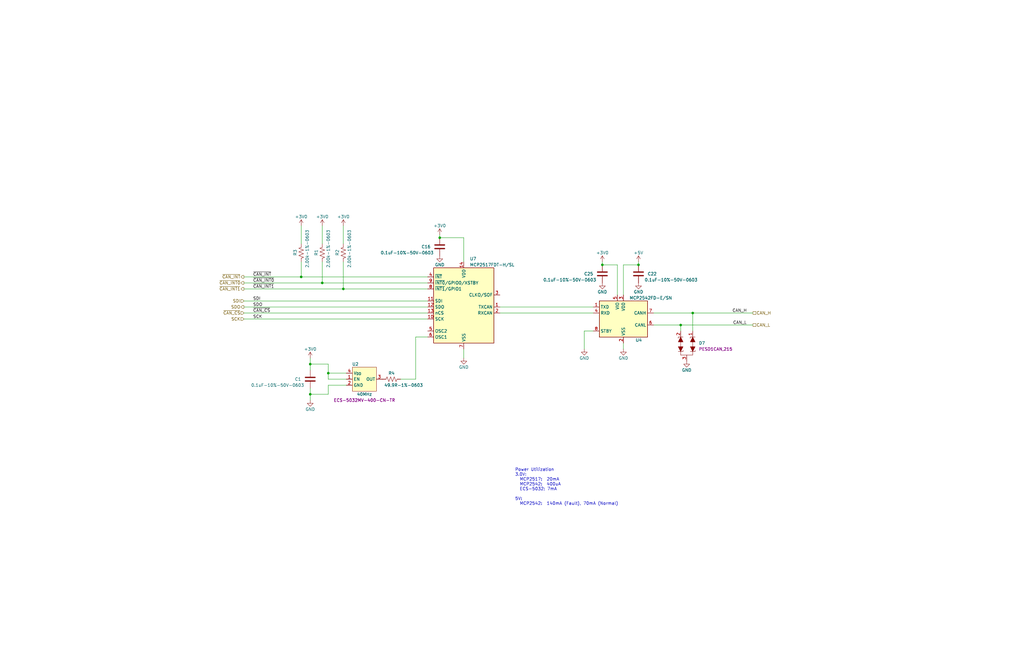
<source format=kicad_sch>
(kicad_sch (version 20230121) (generator eeschema)
  (paper "USLedger")
  (title_block (title "Pi Power Board 2") (date "2022-11-11") (rev "1") (company "971 Spartan Robotics"))
  (lib_symbols
    (symbol "Device:C" (pin_numbers hide) (pin_names (offset 0.254))
      (property "Reference" "C" (at 0.635 2.54 0))
      (property "Value" "C" (at 0.635 -2.54 0))
      (symbol "C_0_1"
        (polyline (pts (xy -2.032 -0.762) (xy 2.032 -0.762)) (stroke (width 0.508)))
        (polyline (pts (xy -2.032 0.762) (xy 2.032 0.762)) (stroke (width 0.508)))
      )
      (symbol "C_1_1"
        (pin passive line (at 0 3.81 270) (length 2.794) (name "~") (number "1"))
        (pin passive line (at 0 -3.81 90) (length 2.794) (name "~") (number "2"))
      )
    )
    (symbol "Device:R_US" (pin_numbers hide) (pin_names (offset 0))
      (property "Reference" "R" (at 2.54 0 90))
      (property "Value" "R_US" (at -2.54 0 90))
      (symbol "R_US_0_1"
        (polyline (pts (xy 0 -2.286) (xy 0 -2.54)))
        (polyline (pts (xy 0 2.286) (xy 0 2.54)))
        (polyline (pts (xy 0 -0.762) (xy 1.016 -1.143) (xy 0 -1.524) (xy -1.016 -1.905) (xy 0 -2.286)))
        (polyline (pts (xy 0 0.762) (xy 1.016 0.381) (xy 0 0) (xy -1.016 -0.381) (xy 0 -0.762)))
        (polyline (pts (xy 0 2.286) (xy 1.016 1.905) (xy 0 1.524) (xy -1.016 1.143) (xy 0 0.762)))
      )
      (symbol "R_US_1_1"
        (pin passive line (at 0 3.81 270) (length 1.27) (name "~") (number "1"))
        (pin passive line (at 0 -3.81 90) (length 1.27) (name "~") (number "2"))
      )
    )
    (symbol "Interface_CAN_LIN:MCP2517FD-xSL"
      (property "Reference" "U3" (at 2.54 25.4 0))
      (property "Value" "MCP2517FDT-H/SL" (at 2.54 22.86 0))
      (symbol "MCP2517FD-xSL_0_1"
        (rectangle (start -12.7 21.59) (end 12.7 -10.16) (stroke (width 0.254)) (fill (type background)))
      )
      (symbol "MCP2517FD-xSL_1_1"
        (pin output line (at 15.24 5.08 180) (length 2.54) (name "TXCAN") (number "1"))
        (pin input line (at -15.24 0 0) (length 2.54) (name "SCK") (number "10"))
        (pin input line (at -15.24 7.62 0) (length 2.54) (name "SDI") (number "11"))
        (pin output line (at -15.24 5.08 0) (length 2.54) (name "SDO") (number "12"))
        (pin input line (at -15.24 2.54 0) (length 2.54) (name "nCS") (number "13"))
        (pin power_in line (at 0 24.13 270) (length 2.54) (name "VDD") (number "14"))
        (pin input line (at 15.24 2.54 180) (length 2.54) (name "RXCAN") (number "2"))
        (pin output line (at 15.24 10.16 180) (length 2.54) (name "CLKO/SOF") (number "3"))
        (pin output line (at -15.24 17.78 0) (length 2.54) (name "~{INT}") (number "4"))
        (pin output line (at -15.24 -5.08 0) (length 2.54) (name "OSC2") (number "5"))
        (pin input line (at -15.24 -7.62 0) (length 2.54) (name "OSC1") (number "6"))
        (pin power_in line (at 0 -12.7 90) (length 2.54) (name "VSS") (number "7"))
        (pin bidirectional line (at -15.24 12.7 0) (length 2.54) (name "~{INT1}/GPIO1") (number "8"))
        (pin bidirectional line (at -15.24 15.24 0) (length 2.54) (name "~{INT0}/GPIO0/XSTBY") (number "9"))
      )
    )
    (symbol "Interface_CAN_LIN:MCP2542FDxMF"
      (property "Reference" "U4" (at 5.08 -8.89 0))
      (property "Value" "MCP2542FD-E/SN" (at 2.54 8.89 0))
      (symbol "MCP2542FDxMF_0_1"
        (rectangle (start -10.16 7.62) (end 10.16 -7.62) (stroke (width 0.254)) (fill (type background)))
      )
      (symbol "MCP2542FDxMF_1_1"
        (pin input line (at -12.7 5.08 0) (length 2.54) (name "TXD") (number "1"))
        (pin power_in line (at 0 -10.16 90) (length 2.54) (name "VSS") (number "2"))
        (pin power_in line (at 0 10.16 270) (length 2.54) (name "VDD") (number "3"))
        (pin output line (at -12.7 2.54 0) (length 2.54) (name "RXD") (number "4"))
        (pin power_in line (at -2.54 10.16 270) (length 2.54) (name "VIO") (number "5"))
        (pin bidirectional line (at 12.7 -2.54 180) (length 2.54) (name "CANL") (number "6"))
        (pin bidirectional line (at 12.7 2.54 180) (length 2.54) (name "CANH") (number "7"))
        (pin input line (at -12.7 -5.08 0) (length 2.54) (name "STBY") (number "8"))
      )
    )
    (symbol "PI-Power-Board:40MHz-ECS-5032MV"
      (property "Reference" "U" (at 0 0 0))
      (property "Value" "40MHz-ECS-5032MV" (at 0 0 0))
      (symbol "40MHz-ECS-5032MV_0_0"
        (pin output line (at 12.7 -5.08 180) (length 2.54) (name "OUT") (number "3"))
        (pin power_in line (at -2.54 -2.54 0) (length 2.54) (name "V_{DD}") (number "4"))
      )
      (symbol "40MHz-ECS-5032MV_0_1"
        (rectangle (start 0 0) (end 10.16 -10.16) (fill (type background)))
      )
      (symbol "40MHz-ECS-5032MV_1_1"
        (pin input line (at -2.54 -5.08 0) (length 2.54) (name "EN") (number "1"))
        (pin passive line (at -2.54 -7.62 0) (length 2.54) (name "GND") (number "2"))
      )
    )
    (symbol "PI-Power-Board:PESD1CAN" (pin_names hide)
      (property "Reference" "D" (at 0 0 0))
      (property "MFG P/N" "PESD1CAN,215" (at 0 0 0))
      (symbol "PESD1CAN_0_1"
        (polyline (pts (xy -1.27 -7.62) (xy 0.762 -7.62)))
        (polyline (pts (xy -1.27 -2.54) (xy 0.762 -2.54)))
        (polyline (pts (xy 0.635 -7.62) (xy 3.175 -7.62)))
        (polyline (pts (xy 0.635 -2.54) (xy 3.175 -2.54)))
        (polyline (pts (xy 4.826 -7.62) (xy 2.794 -7.62)))
        (polyline (pts (xy 4.826 -2.54) (xy 2.794 -2.54)))
        (polyline (pts (xy -1.27 -6.604) (xy -1.27 -8.636) (xy -0.762 -8.636)))
        (polyline (pts (xy -1.27 -1.524) (xy -1.27 -3.556) (xy -0.762 -3.556)))
        (polyline (pts (xy 4.826 -8.636) (xy 4.826 -6.604) (xy 4.318 -6.604)))
        (polyline (pts (xy 4.826 -3.556) (xy 4.826 -1.524) (xy 4.318 -1.524)))
        (polyline (pts (xy 0.762 -6.604) (xy -1.27 -7.62) (xy 0.762 -8.636) (xy 0.762 -6.604)) (fill (type outline)))
        (polyline (pts (xy 0.762 -1.524) (xy -1.27 -2.54) (xy 0.762 -3.556) (xy 0.762 -1.524)) (fill (type outline)))
        (polyline (pts (xy 2.794 -8.636) (xy 4.826 -7.62) (xy 2.794 -6.604) (xy 2.794 -8.636)) (fill (type outline)))
        (polyline (pts (xy 2.794 -3.556) (xy 4.826 -2.54) (xy 2.794 -1.524) (xy 2.794 -3.556)) (fill (type outline)))
        (polyline (pts (xy 4.445 -2.54) (xy 6.35 -2.54) (xy 6.35 -7.62) (xy 4.445 -7.62)))
      )
      (symbol "PESD1CAN_1_1"
        (pin passive line (at -3.81 -2.54 0) (length 2.54) (name "K1") (number "1"))
        (pin passive line (at -3.81 -7.62 0) (length 2.54) (name "K1") (number "2"))
        (pin passive line (at 8.89 -5.08 180) (length 2.54) (name "KK") (number "3"))
      )
    )
    (symbol "power:+3V0" (power) (pin_names (offset 0))
      (property "Value" "+3V0" (at 0 3.556 0))
      (symbol "+3V0_0_1"
        (polyline (pts (xy -0.762 1.27) (xy 0 2.54)))
        (polyline (pts (xy 0 0) (xy 0 2.54)))
        (polyline (pts (xy 0 2.54) (xy 0.762 1.27)))
      )
      (symbol "+3V0_1_1"
        (pin power_in line (at 0 0 90) (length 0) hide (name "+3V0") (number "1"))
      )
    )
    (symbol "power:+5V" (power) (pin_names (offset 0))
      (property "Value" "+5V" (at 0 3.556 0))
      (symbol "+5V_0_1"
        (polyline (pts (xy -0.762 1.27) (xy 0 2.54)))
        (polyline (pts (xy 0 0) (xy 0 2.54)))
        (polyline (pts (xy 0 2.54) (xy 0.762 1.27)))
      )
      (symbol "+5V_1_1"
        (pin power_in line (at 0 0 90) (length 0) hide (name "+5V") (number "1"))
      )
    )
    (symbol "power:GND" (power) (pin_names (offset 0))
      (property "Value" "GND" (at 0 -3.81 0))
      (symbol "GND_0_1"
        (polyline (pts (xy 0 0) (xy 0 -1.27) (xy 1.27 -1.27) (xy 0 -2.54) (xy -1.27 -1.27) (xy 0 -1.27)))
      )
      (symbol "GND_1_1"
        (pin power_in line (at 0 0 270) (length 0) hide (name "GND") (number "1"))
      )
    )
  )
  (junction (at 138.43 157.48))
  (junction (at 127 116.84))
  (junction (at 292.1 132.08))
  (junction (at 135.89 119.38))
  (junction (at 185.42 100.33))
  (junction (at 287.02 137.16))
  (junction (at 144.78 121.92))
  (junction (at 130.81 166.37))
  (junction (at 269.24 111.76))
  (junction (at 254 111.76))
  (junction (at 130.81 153.67))
  (wire (pts (xy 130.81 153.67) (xy 130.81 156.21)))
  (wire (pts (xy 146.05 157.48) (xy 138.43 157.48)))
  (wire (pts (xy 127 116.84) (xy 180.34 116.84)))
  (wire (pts (xy 130.81 163.83) (xy 130.81 166.37)))
  (wire (pts (xy 168.91 160.02) (xy 175.26 160.02)))
  (wire (pts (xy 175.26 142.24) (xy 180.34 142.24)))
  (wire (pts (xy 130.81 166.37) (xy 130.81 168.91)))
  (wire (pts (xy 138.43 157.48) (xy 138.43 153.67)))
  (wire (pts (xy 275.59 132.08) (xy 292.1 132.08)))
  (wire (pts (xy 135.89 95.25) (xy 135.89 102.87)))
  (wire (pts (xy 127 110.49) (xy 127 116.84)))
  (wire (pts (xy 135.89 119.38) (xy 180.34 119.38)))
  (wire (pts (xy 146.05 160.02) (xy 138.43 160.02)))
  (wire (pts (xy 210.82 129.54) (xy 250.19 129.54)))
  (wire (pts (xy 246.38 147.32) (xy 246.38 139.7)))
  (wire (pts (xy 287.02 137.16) (xy 287.02 139.7)))
  (wire (pts (xy 138.43 153.67) (xy 130.81 153.67)))
  (wire (pts (xy 102.87 134.62) (xy 180.34 134.62)))
  (wire (pts (xy 135.89 110.49) (xy 135.89 119.38)))
  (wire (pts (xy 195.58 100.33) (xy 185.42 100.33)))
  (wire (pts (xy 102.87 129.54) (xy 180.34 129.54)))
  (wire (pts (xy 102.87 127) (xy 180.34 127)))
  (wire (pts (xy 146.05 162.56) (xy 138.43 162.56)))
  (wire (pts (xy 262.89 144.78) (xy 262.89 147.32)))
  (wire (pts (xy 262.89 111.76) (xy 269.24 111.76)))
  (wire (pts (xy 260.35 111.76) (xy 254 111.76)))
  (wire (pts (xy 287.02 137.16) (xy 317.5 137.16)))
  (wire (pts (xy 130.81 151.13) (xy 130.81 153.67)))
  (wire (pts (xy 292.1 132.08) (xy 317.5 132.08)))
  (wire (pts (xy 269.24 110.49) (xy 269.24 111.76)))
  (wire (pts (xy 102.87 119.38) (xy 135.89 119.38)))
  (wire (pts (xy 138.43 162.56) (xy 138.43 166.37)))
  (wire (pts (xy 195.58 147.32) (xy 195.58 151.13)))
  (wire (pts (xy 260.35 124.46) (xy 260.35 111.76)))
  (wire (pts (xy 144.78 121.92) (xy 180.34 121.92)))
  (wire (pts (xy 144.78 110.49) (xy 144.78 121.92)))
  (wire (pts (xy 138.43 160.02) (xy 138.43 157.48)))
  (wire (pts (xy 102.87 116.84) (xy 127 116.84)))
  (wire (pts (xy 292.1 132.08) (xy 292.1 139.7)))
  (wire (pts (xy 127 95.25) (xy 127 102.87)))
  (wire (pts (xy 210.82 132.08) (xy 250.19 132.08)))
  (wire (pts (xy 175.26 160.02) (xy 175.26 142.24)))
  (wire (pts (xy 246.38 139.7) (xy 250.19 139.7)))
  (wire (pts (xy 275.59 137.16) (xy 287.02 137.16)))
  (wire (pts (xy 144.78 95.25) (xy 144.78 102.87)))
  (wire (pts (xy 102.87 132.08) (xy 180.34 132.08)))
  (wire (pts (xy 254 110.49) (xy 254 111.76)))
  (wire (pts (xy 195.58 100.33) (xy 195.58 110.49)))
  (wire (pts (xy 262.89 124.46) (xy 262.89 111.76)))
  (wire (pts (xy 102.87 121.92) (xy 144.78 121.92)))
  (wire (pts (xy 185.42 99.06) (xy 185.42 100.33)))
  (wire (pts (xy 138.43 166.37) (xy 130.81 166.37)))
  (text "Power Utilization\n3.0V:\n  MCP2517:  20mA\n  MCP2542:  400uA\n  ECS-5032: 7mA \n\n5V:\n  MCP2542:  140mA (Fault), 70mA (Normal)" (at 217.17 213.36 0) (effects (font (size 1.27 1.27)) (justify left bottom)))
  (label "SDI" (at 106.68 127 0))
  (label "SCK" (at 106.68 134.62 0))
  (label "~{CAN_INT0}" (at 106.68 119.38 0))
  (label "~{CAN_INT1}" (at 106.68 121.92 0))
  (label "SDO" (at 106.68 129.54 0))
  (label "~{CAN_INT}" (at 106.68 116.84 0))
  (label "CAN_L" (at 314.96 137.16 180))
  (label "~{CAN_CS}" (at 106.68 132.08 0))
  (label "CAN_H" (at 314.96 132.08 180))
  (hierarchical_label "SDO" (shape output) (at 102.87 129.54 180))
  (hierarchical_label "~{CAN_INT}" (shape output) (at 102.87 116.84 180))
  (hierarchical_label "~{CAN_INT0}" (shape output) (at 102.87 119.38 180))
  (hierarchical_label "CAN_L" (shape passive) (at 317.5 137.16 0))
  (hierarchical_label "~{CAN_INT1}" (shape output) (at 102.87 121.92 180))
  (hierarchical_label "~{CAN_CS}" (shape input) (at 102.87 132.08 180))
  (hierarchical_label "CAN_H" (shape passive) (at 317.5 132.08 0))
  (hierarchical_label "SDI" (shape input) (at 102.87 127 180))
  (hierarchical_label "SCK" (shape input) (at 102.87 134.62 180))
  (symbol (lib_id "power:+3V0") (at 127 95.25 0) (unit 1)
    (property "Reference" "#PWR024" (effects hide))
    (property "Value" "+3V0" (at 127 91.44 0))
  )
  (symbol (lib_id "power:GND") (at 289.56 152.4 0) (mirror y) (unit 1)
    (property "Reference" "#PWR038" (effects hide))
    (property "Value" "GND" (at 289.56 156.21 0))
  )
  (symbol (lib_id "power:GND") (at 262.89 147.32 0) (mirror y) (unit 1)
    (property "Reference" "#PWR035" (effects hide))
    (property "Value" "GND" (at 262.89 151.13 0))
  )
  (symbol (lib_id "power:+3V0") (at 130.81 151.13 0) (unit 1)
    (property "Reference" "#PWR025" (effects hide))
    (property "Value" "+3V0" (at 130.81 147.32 0))
  )
  (symbol (lib_id "Device:C") (at 185.42 104.14 0) (unit 1)
    (property "Reference" "C16" (at 181.61 104.14 0) (effects (justify right)))
    (property "Value" "0.1uF-10%-50V-0603" (at 182.88 106.68 0) (effects (justify right)))
    (property "Footprint" "Capacitor_SMD:C_0603_1608Metric" (effects hide))
    (property "MFG" "Samsung Electro-Mechanics" (effects hide))
    (property "MFG P/N" "CL10B104KB8NNNC" (effects hide))
  )
  (symbol (lib_id "Device:R_US") (at 144.78 106.68 0) (mirror y) (unit 1)
    (property "Reference" "R2" (at 142.24 107.95 90) (effects (justify left)))
    (property "Value" "2.00k-1%-0603" (at 147.32 113.03 90) (effects (justify left)))
    (property "Footprint" "Resistor_SMD:R_0603_1608Metric" (effects hide))
    (property "MFG" "Yageo" (effects hide))
    (property "MFG P/N" "RC0603FR-072KL" (effects hide))
  )
  (symbol (lib_id "power:GND") (at 130.81 168.91 0) (unit 1)
    (property "Reference" "#PWR026" (effects hide))
    (property "Value" "GND" (at 130.81 172.72 0))
  )
  (symbol (lib_id "Interface_CAN_LIN:MCP2517FD-xSL") (at 195.58 134.62 0) (unit 1)
    (property "Reference" "U7" (at 198.12 109.22 0) (effects (justify left)))
    (property "Value" "MCP2517FDT-H/SL" (at 198.12 111.76 0) (effects (justify left)))
    (property "Footprint" "Package_SO:SOIC-14_3.9x8.7mm_P1.27mm" (effects hide))
    (property "Datasheet" "https://www.microchip.com/en-us/product/MCP2517FD" (effects hide))
    (property "MFG" "Microchip" (effects hide))
    (property "MFG P/N" "MCP2517FDT-H/SL" (effects hide))
  )
  (symbol (lib_id "PI-Power-Board:40MHz-ECS-5032MV") (at 148.59 154.94 0) (unit 1)
    (property "Reference" "U2" (at 149.86 153.67 0))
    (property "Value" "40MHz" (at 153.67 166.37 0))
    (property "Footprint" "PI-Power-Board:ECS-5032MV" (effects hide))
    (property "Datasheet" "https://ecsxtal.com/store/pdf/ECS-5032MV.pdf" (effects hide))
    (property "MFG" "ECS Inc" (effects hide))
    (property "MFG P/N" "ECS-5032MV-400-CN-TR" (at 153.67 168.91 0))
  )
  (symbol (lib_id "PI-Power-Board:PESD1CAN") (at 294.64 143.51 270) (unit 1)
    (property "Reference" "D7" (at 294.64 144.7799 90) (effects (justify left)))
    (property "Value" "PESD1CAN" (effects hide))
    (property "Footprint" "Package_TO_SOT_SMD:SOT-23" (effects hide))
    (property "Datasheet" "https://assets.nexperia.com/documents/data-sheet/PESD1CAN.pdf" (effects hide))
    (property "MFG" "Nexperia" (effects hide))
    (property "MFG P/N" "PESD1CAN,215" (at 294.64 147.3199 90) (effects (justify left)))
  )
  (symbol (lib_id "Interface_CAN_LIN:MCP2542FDxMF") (at 262.89 134.62 0) (unit 1)
    (property "Reference" "U4" (at 267.97 143.51 0) (effects (justify left)))
    (property "Value" "MCP2542FD-E/SN" (at 265.43 125.73 0) (effects (justify left)))
    (property "Footprint" "Package_SO:SO-8_3.9x4.9mm_P1.27mm" (effects hide))
    (property "Datasheet" "http://ww1.microchip.com/downloads/en/DeviceDoc/MCP2542FD-4FD-MCP2542WFD-4WFD-Data-Sheet20005514B.pdf" (effects hide))
    (property "MFG" "Microchip" (effects hide))
    (property "MFG P/N" "MCP2542FD-E/SN" (effects hide))
  )
  (symbol (lib_id "power:GND") (at 254 119.38 0) (unit 1)
    (property "Reference" "#PWR034" (effects hide))
    (property "Value" "GND" (at 254 123.19 0))
  )
  (symbol (lib_id "power:GND") (at 269.24 119.38 0) (mirror y) (unit 1)
    (property "Reference" "#PWR037" (effects hide))
    (property "Value" "GND" (at 269.24 123.19 0))
  )
  (symbol (lib_id "Device:C") (at 269.24 115.57 0) (mirror y) (unit 1)
    (property "Reference" "C22" (at 273.05 115.57 0) (effects (justify right)))
    (property "Value" "0.1uF-10%-50V-0603" (at 271.78 118.11 0) (effects (justify right)))
    (property "Footprint" "Capacitor_SMD:C_0603_1608Metric" (effects hide))
    (property "MFG" "Samsung Electro-Mechanics" (effects hide))
    (property "MFG P/N" "CL10B104KB8NNNC" (effects hide))
  )
  (symbol (lib_id "power:+3V0") (at 144.78 95.25 0) (unit 1)
    (property "Reference" "#PWR028" (effects hide))
    (property "Value" "+3V0" (at 144.78 91.44 0))
  )
  (symbol (lib_id "Device:C") (at 254 115.57 0) (unit 1)
    (property "Reference" "C25" (at 250.19 115.57 0) (effects (justify right)))
    (property "Value" "0.1uF-10%-50V-0603" (at 251.46 118.11 0) (effects (justify right)))
    (property "Footprint" "Capacitor_SMD:C_0603_1608Metric" (effects hide))
    (property "MFG" "Samsung Electro-Mechanics" (effects hide))
    (property "MFG P/N" "CL10B104KB8NNNC" (effects hide))
  )
  (symbol (lib_id "power:GND") (at 246.38 147.32 0) (mirror y) (unit 1)
    (property "Reference" "#PWR032" (effects hide))
    (property "Value" "GND" (at 246.38 151.13 0))
  )
  (symbol (lib_id "power:GND") (at 185.42 107.95 0) (unit 1)
    (property "Reference" "#PWR030" (effects hide))
    (property "Value" "GND" (at 185.42 111.76 0))
  )
  (symbol (lib_id "power:+3V0") (at 135.89 95.25 0) (unit 1)
    (property "Reference" "#PWR027" (effects hide))
    (property "Value" "+3V0" (at 135.89 91.44 0))
  )
  (symbol (lib_id "power:+3V0") (at 254 110.49 0) (unit 1)
    (property "Reference" "#PWR033" (effects hide))
    (property "Value" "+3V0" (at 254 106.68 0))
  )
  (symbol (lib_id "power:GND") (at 195.58 151.13 0) (mirror y) (unit 1)
    (property "Reference" "#PWR031" (effects hide))
    (property "Value" "GND" (at 195.58 154.94 0))
  )
  (symbol (lib_id "power:+3V0") (at 185.42 99.06 0) (unit 1)
    (property "Reference" "#PWR029" (effects hide))
    (property "Value" "+3V0" (at 185.42 95.25 0))
  )
  (symbol (lib_id "Device:R_US") (at 165.1 160.02 90) (unit 1)
    (property "Reference" "R4" (at 165.1 157.48 90))
    (property "Value" "49.9R-1%-0603" (at 170.18 162.56 90))
    (property "Footprint" "Resistor_SMD:R_0603_1608Metric" (effects hide))
    (property "MFG" "Yageo" (effects hide))
    (property "MFG P/N" "RC0603FR-0749R9L" (effects hide))
  )
  (symbol (lib_id "Device:R_US") (at 127 106.68 0) (mirror y) (unit 1)
    (property "Reference" "R3" (at 124.46 107.95 90) (effects (justify left)))
    (property "Value" "2.00k-1%-0603" (at 129.54 113.03 90) (effects (justify left)))
    (property "Footprint" "Resistor_SMD:R_0603_1608Metric" (effects hide))
    (property "MFG" "Yageo" (effects hide))
    (property "MFG P/N" "RC0603FR-072KL" (effects hide))
  )
  (symbol (lib_id "Device:R_US") (at 135.89 106.68 0) (mirror y) (unit 1)
    (property "Reference" "R1" (at 133.35 107.95 90) (effects (justify left)))
    (property "Value" "2.00k-1%-0603" (at 138.43 113.03 90) (effects (justify left)))
    (property "Footprint" "Resistor_SMD:R_0603_1608Metric" (effects hide))
    (property "MFG" "Yageo" (effects hide))
    (property "MFG P/N" "RC0603FR-072KL" (effects hide))
  )
  (symbol (lib_id "Device:C") (at 130.81 160.02 0) (unit 1)
    (property "Reference" "C1" (at 127 160.02 0) (effects (justify right)))
    (property "Value" "0.1uF-10%-50V-0603" (at 128.27 162.56 0) (effects (justify right)))
    (property "Footprint" "Capacitor_SMD:C_0603_1608Metric" (effects hide))
    (property "MFG" "Samsung Electro-Mechanics" (effects hide))
    (property "MFG P/N" "CL10B104KB8NNNC" (effects hide))
  )
  (symbol (lib_id "power:+5V") (at 269.24 110.49 0) (unit 1)
    (property "Reference" "#PWR036" (effects hide))
    (property "Value" "+5V" (at 269.24 106.68 0))
  )
)
</source>
